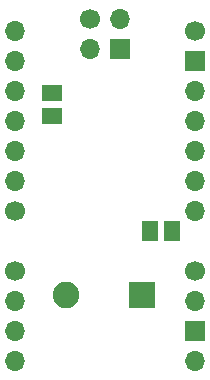
<source format=gbs>
%TF.GenerationSoftware,KiCad,Pcbnew,8.0.3*%
%TF.CreationDate,2024-08-13T20:23:53+02:00*%
%TF.ProjectId,xiao_nrf52840_breakout,7869616f-5f6e-4726-9635-323834305f62,rev?*%
%TF.SameCoordinates,Original*%
%TF.FileFunction,Soldermask,Bot*%
%TF.FilePolarity,Negative*%
%FSLAX46Y46*%
G04 Gerber Fmt 4.6, Leading zero omitted, Abs format (unit mm)*
G04 Created by KiCad (PCBNEW 8.0.3) date 2024-08-13 20:23:53*
%MOMM*%
%LPD*%
G01*
G04 APERTURE LIST*
%ADD10C,1.700000*%
%ADD11O,1.700000X1.700000*%
%ADD12R,1.700000X1.700000*%
%ADD13C,2.250000*%
%ADD14R,2.250000X2.250000*%
%ADD15R,1.400000X1.700000*%
%ADD16R,1.700000X1.400000*%
G04 APERTURE END LIST*
D10*
%TO.C,J6*%
X155229912Y-95960000D03*
D11*
X157769912Y-95960000D03*
X155229912Y-98500000D03*
D12*
X157769912Y-98500000D03*
%TD*%
D10*
%TO.C,J5*%
X164090000Y-117300000D03*
D11*
X164090000Y-119840000D03*
D12*
X164090000Y-122380000D03*
D11*
X164090000Y-124920000D03*
%TD*%
D13*
%TO.C,SW1*%
X153169776Y-119338705D03*
D14*
X159669776Y-119338705D03*
%TD*%
D10*
%TO.C,J7*%
X148890000Y-117300000D03*
D11*
X148890000Y-119840000D03*
X148890000Y-122380000D03*
X148890000Y-124920000D03*
%TD*%
D15*
%TO.C,J8*%
X160300000Y-113880000D03*
%TD*%
D16*
%TO.C,J9*%
X152000000Y-102280000D03*
%TD*%
%TO.C,J10*%
X152009409Y-104200000D03*
%TD*%
D10*
%TO.C,J3*%
X164108391Y-96981453D03*
D12*
X164108391Y-99521453D03*
D11*
X164108391Y-102061453D03*
X164108391Y-104601453D03*
X164108391Y-107141453D03*
X164108391Y-109681453D03*
X164108391Y-112221453D03*
%TD*%
D15*
%TO.C,J4*%
X162200000Y-113880000D03*
%TD*%
D10*
%TO.C,J2*%
X148886092Y-112221453D03*
D11*
X148886092Y-109681453D03*
X148886092Y-107141453D03*
X148886092Y-104601453D03*
X148886092Y-102061453D03*
X148886092Y-99521453D03*
X148886092Y-96981453D03*
%TD*%
M02*

</source>
